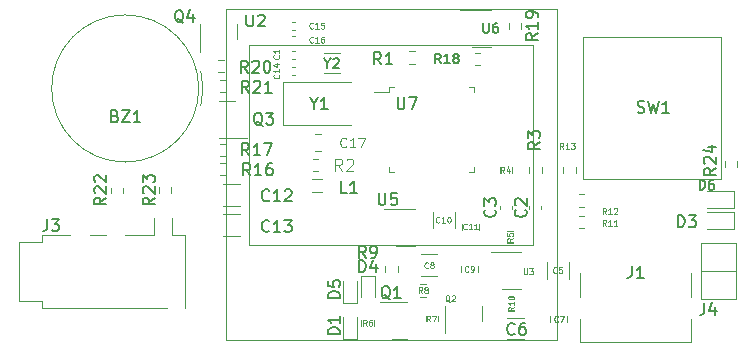
<source format=gbr>
%TF.GenerationSoftware,KiCad,Pcbnew,(6.0.2)*%
%TF.CreationDate,2022-04-09T20:57:27+08:00*%
%TF.ProjectId,Morse_code_PCB,4d6f7273-655f-4636-9f64-655f5043422e,rev?*%
%TF.SameCoordinates,Original*%
%TF.FileFunction,Legend,Top*%
%TF.FilePolarity,Positive*%
%FSLAX46Y46*%
G04 Gerber Fmt 4.6, Leading zero omitted, Abs format (unit mm)*
G04 Created by KiCad (PCBNEW (6.0.2)) date 2022-04-09 20:57:27*
%MOMM*%
%LPD*%
G01*
G04 APERTURE LIST*
%ADD10C,0.150000*%
%ADD11C,0.125000*%
%ADD12C,0.120000*%
G04 APERTURE END LIST*
D10*
%TO.C,C2*%
X111457142Y-150066666D02*
X111504761Y-150114285D01*
X111552380Y-150257142D01*
X111552380Y-150352380D01*
X111504761Y-150495238D01*
X111409523Y-150590476D01*
X111314285Y-150638095D01*
X111123809Y-150685714D01*
X110980952Y-150685714D01*
X110790476Y-150638095D01*
X110695238Y-150590476D01*
X110600000Y-150495238D01*
X110552380Y-150352380D01*
X110552380Y-150257142D01*
X110600000Y-150114285D01*
X110647619Y-150066666D01*
X110647619Y-149685714D02*
X110600000Y-149638095D01*
X110552380Y-149542857D01*
X110552380Y-149304761D01*
X110600000Y-149209523D01*
X110647619Y-149161904D01*
X110742857Y-149114285D01*
X110838095Y-149114285D01*
X110980952Y-149161904D01*
X111552380Y-149733333D01*
X111552380Y-149114285D01*
D11*
%TO.C,C16*%
X93478571Y-135878571D02*
X93454761Y-135902380D01*
X93383333Y-135926190D01*
X93335714Y-135926190D01*
X93264285Y-135902380D01*
X93216666Y-135854761D01*
X93192857Y-135807142D01*
X93169047Y-135711904D01*
X93169047Y-135640476D01*
X93192857Y-135545238D01*
X93216666Y-135497619D01*
X93264285Y-135450000D01*
X93335714Y-135426190D01*
X93383333Y-135426190D01*
X93454761Y-135450000D01*
X93478571Y-135473809D01*
X93954761Y-135926190D02*
X93669047Y-135926190D01*
X93811904Y-135926190D02*
X93811904Y-135426190D01*
X93764285Y-135497619D01*
X93716666Y-135545238D01*
X93669047Y-135569047D01*
X94383333Y-135426190D02*
X94288095Y-135426190D01*
X94240476Y-135450000D01*
X94216666Y-135473809D01*
X94169047Y-135545238D01*
X94145238Y-135640476D01*
X94145238Y-135830952D01*
X94169047Y-135878571D01*
X94192857Y-135902380D01*
X94240476Y-135926190D01*
X94335714Y-135926190D01*
X94383333Y-135902380D01*
X94407142Y-135878571D01*
X94430952Y-135830952D01*
X94430952Y-135711904D01*
X94407142Y-135664285D01*
X94383333Y-135640476D01*
X94335714Y-135616666D01*
X94240476Y-135616666D01*
X94192857Y-135640476D01*
X94169047Y-135664285D01*
X94145238Y-135711904D01*
D10*
%TO.C,R19*%
X112482380Y-135142857D02*
X112006190Y-135476190D01*
X112482380Y-135714285D02*
X111482380Y-135714285D01*
X111482380Y-135333333D01*
X111530000Y-135238095D01*
X111577619Y-135190476D01*
X111672857Y-135142857D01*
X111815714Y-135142857D01*
X111910952Y-135190476D01*
X111958571Y-135238095D01*
X112006190Y-135333333D01*
X112006190Y-135714285D01*
X112482380Y-134190476D02*
X112482380Y-134761904D01*
X112482380Y-134476190D02*
X111482380Y-134476190D01*
X111625238Y-134571428D01*
X111720476Y-134666666D01*
X111768095Y-134761904D01*
X112482380Y-133714285D02*
X112482380Y-133523809D01*
X112434761Y-133428571D01*
X112387142Y-133380952D01*
X112244285Y-133285714D01*
X112053809Y-133238095D01*
X111672857Y-133238095D01*
X111577619Y-133285714D01*
X111530000Y-133333333D01*
X111482380Y-133428571D01*
X111482380Y-133619047D01*
X111530000Y-133714285D01*
X111577619Y-133761904D01*
X111672857Y-133809523D01*
X111910952Y-133809523D01*
X112006190Y-133761904D01*
X112053809Y-133714285D01*
X112101428Y-133619047D01*
X112101428Y-133428571D01*
X112053809Y-133333333D01*
X112006190Y-133285714D01*
X111910952Y-133238095D01*
%TO.C,R21*%
X88057142Y-140152380D02*
X87723809Y-139676190D01*
X87485714Y-140152380D02*
X87485714Y-139152380D01*
X87866666Y-139152380D01*
X87961904Y-139200000D01*
X88009523Y-139247619D01*
X88057142Y-139342857D01*
X88057142Y-139485714D01*
X88009523Y-139580952D01*
X87961904Y-139628571D01*
X87866666Y-139676190D01*
X87485714Y-139676190D01*
X88438095Y-139247619D02*
X88485714Y-139200000D01*
X88580952Y-139152380D01*
X88819047Y-139152380D01*
X88914285Y-139200000D01*
X88961904Y-139247619D01*
X89009523Y-139342857D01*
X89009523Y-139438095D01*
X88961904Y-139580952D01*
X88390476Y-140152380D01*
X89009523Y-140152380D01*
X89961904Y-140152380D02*
X89390476Y-140152380D01*
X89676190Y-140152380D02*
X89676190Y-139152380D01*
X89580952Y-139295238D01*
X89485714Y-139390476D01*
X89390476Y-139438095D01*
%TO.C,Q3*%
X89204761Y-142947619D02*
X89109523Y-142900000D01*
X89014285Y-142804761D01*
X88871428Y-142661904D01*
X88776190Y-142614285D01*
X88680952Y-142614285D01*
X88728571Y-142852380D02*
X88633333Y-142804761D01*
X88538095Y-142709523D01*
X88490476Y-142519047D01*
X88490476Y-142185714D01*
X88538095Y-141995238D01*
X88633333Y-141900000D01*
X88728571Y-141852380D01*
X88919047Y-141852380D01*
X89014285Y-141900000D01*
X89109523Y-141995238D01*
X89157142Y-142185714D01*
X89157142Y-142519047D01*
X89109523Y-142709523D01*
X89014285Y-142804761D01*
X88919047Y-142852380D01*
X88728571Y-142852380D01*
X89490476Y-141852380D02*
X90109523Y-141852380D01*
X89776190Y-142233333D01*
X89919047Y-142233333D01*
X90014285Y-142280952D01*
X90061904Y-142328571D01*
X90109523Y-142423809D01*
X90109523Y-142661904D01*
X90061904Y-142757142D01*
X90014285Y-142804761D01*
X89919047Y-142852380D01*
X89633333Y-142852380D01*
X89538095Y-142804761D01*
X89490476Y-142757142D01*
%TO.C,BZ1*%
X76719047Y-142128571D02*
X76861904Y-142176190D01*
X76909523Y-142223809D01*
X76957142Y-142319047D01*
X76957142Y-142461904D01*
X76909523Y-142557142D01*
X76861904Y-142604761D01*
X76766666Y-142652380D01*
X76385714Y-142652380D01*
X76385714Y-141652380D01*
X76719047Y-141652380D01*
X76814285Y-141700000D01*
X76861904Y-141747619D01*
X76909523Y-141842857D01*
X76909523Y-141938095D01*
X76861904Y-142033333D01*
X76814285Y-142080952D01*
X76719047Y-142128571D01*
X76385714Y-142128571D01*
X77290476Y-141652380D02*
X77957142Y-141652380D01*
X77290476Y-142652380D01*
X77957142Y-142652380D01*
X78861904Y-142652380D02*
X78290476Y-142652380D01*
X78576190Y-142652380D02*
X78576190Y-141652380D01*
X78480952Y-141795238D01*
X78385714Y-141890476D01*
X78290476Y-141938095D01*
%TO.C,R20*%
X87957142Y-138452380D02*
X87623809Y-137976190D01*
X87385714Y-138452380D02*
X87385714Y-137452380D01*
X87766666Y-137452380D01*
X87861904Y-137500000D01*
X87909523Y-137547619D01*
X87957142Y-137642857D01*
X87957142Y-137785714D01*
X87909523Y-137880952D01*
X87861904Y-137928571D01*
X87766666Y-137976190D01*
X87385714Y-137976190D01*
X88338095Y-137547619D02*
X88385714Y-137500000D01*
X88480952Y-137452380D01*
X88719047Y-137452380D01*
X88814285Y-137500000D01*
X88861904Y-137547619D01*
X88909523Y-137642857D01*
X88909523Y-137738095D01*
X88861904Y-137880952D01*
X88290476Y-138452380D01*
X88909523Y-138452380D01*
X89528571Y-137452380D02*
X89623809Y-137452380D01*
X89719047Y-137500000D01*
X89766666Y-137547619D01*
X89814285Y-137642857D01*
X89861904Y-137833333D01*
X89861904Y-138071428D01*
X89814285Y-138261904D01*
X89766666Y-138357142D01*
X89719047Y-138404761D01*
X89623809Y-138452380D01*
X89528571Y-138452380D01*
X89433333Y-138404761D01*
X89385714Y-138357142D01*
X89338095Y-138261904D01*
X89290476Y-138071428D01*
X89290476Y-137833333D01*
X89338095Y-137642857D01*
X89385714Y-137547619D01*
X89433333Y-137500000D01*
X89528571Y-137452380D01*
%TO.C,Y2*%
X94699047Y-137680952D02*
X94699047Y-138061904D01*
X94432380Y-137261904D02*
X94699047Y-137680952D01*
X94965714Y-137261904D01*
X95194285Y-137338095D02*
X95232380Y-137300000D01*
X95308571Y-137261904D01*
X95499047Y-137261904D01*
X95575238Y-137300000D01*
X95613333Y-137338095D01*
X95651428Y-137414285D01*
X95651428Y-137490476D01*
X95613333Y-137604761D01*
X95156190Y-138061904D01*
X95651428Y-138061904D01*
%TO.C,U7*%
X100638095Y-140552380D02*
X100638095Y-141361904D01*
X100685714Y-141457142D01*
X100733333Y-141504761D01*
X100828571Y-141552380D01*
X101019047Y-141552380D01*
X101114285Y-141504761D01*
X101161904Y-141457142D01*
X101209523Y-141361904D01*
X101209523Y-140552380D01*
X101590476Y-140552380D02*
X102257142Y-140552380D01*
X101828571Y-141552380D01*
%TO.C,J4*%
X126606666Y-157952380D02*
X126606666Y-158666666D01*
X126559047Y-158809523D01*
X126463809Y-158904761D01*
X126320952Y-158952380D01*
X126225714Y-158952380D01*
X127511428Y-158285714D02*
X127511428Y-158952380D01*
X127273333Y-157904761D02*
X127035238Y-158619047D01*
X127654285Y-158619047D01*
%TO.C,R18*%
X104285714Y-137661904D02*
X104019047Y-137280952D01*
X103828571Y-137661904D02*
X103828571Y-136861904D01*
X104133333Y-136861904D01*
X104209523Y-136900000D01*
X104247619Y-136938095D01*
X104285714Y-137014285D01*
X104285714Y-137128571D01*
X104247619Y-137204761D01*
X104209523Y-137242857D01*
X104133333Y-137280952D01*
X103828571Y-137280952D01*
X105047619Y-137661904D02*
X104590476Y-137661904D01*
X104819047Y-137661904D02*
X104819047Y-136861904D01*
X104742857Y-136976190D01*
X104666666Y-137052380D01*
X104590476Y-137090476D01*
X105504761Y-137204761D02*
X105428571Y-137166666D01*
X105390476Y-137128571D01*
X105352380Y-137052380D01*
X105352380Y-137014285D01*
X105390476Y-136938095D01*
X105428571Y-136900000D01*
X105504761Y-136861904D01*
X105657142Y-136861904D01*
X105733333Y-136900000D01*
X105771428Y-136938095D01*
X105809523Y-137014285D01*
X105809523Y-137052380D01*
X105771428Y-137128571D01*
X105733333Y-137166666D01*
X105657142Y-137204761D01*
X105504761Y-137204761D01*
X105428571Y-137242857D01*
X105390476Y-137280952D01*
X105352380Y-137357142D01*
X105352380Y-137509523D01*
X105390476Y-137585714D01*
X105428571Y-137623809D01*
X105504761Y-137661904D01*
X105657142Y-137661904D01*
X105733333Y-137623809D01*
X105771428Y-137585714D01*
X105809523Y-137509523D01*
X105809523Y-137357142D01*
X105771428Y-137280952D01*
X105733333Y-137242857D01*
X105657142Y-137204761D01*
D11*
%TO.C,C14*%
X90578571Y-138621428D02*
X90602380Y-138645238D01*
X90626190Y-138716666D01*
X90626190Y-138764285D01*
X90602380Y-138835714D01*
X90554761Y-138883333D01*
X90507142Y-138907142D01*
X90411904Y-138930952D01*
X90340476Y-138930952D01*
X90245238Y-138907142D01*
X90197619Y-138883333D01*
X90150000Y-138835714D01*
X90126190Y-138764285D01*
X90126190Y-138716666D01*
X90150000Y-138645238D01*
X90173809Y-138621428D01*
X90626190Y-138145238D02*
X90626190Y-138430952D01*
X90626190Y-138288095D02*
X90126190Y-138288095D01*
X90197619Y-138335714D01*
X90245238Y-138383333D01*
X90269047Y-138430952D01*
X90292857Y-137716666D02*
X90626190Y-137716666D01*
X90102380Y-137835714D02*
X90459523Y-137954761D01*
X90459523Y-137645238D01*
D10*
%TO.C,D1*%
X95722380Y-160608095D02*
X94722380Y-160608095D01*
X94722380Y-160370000D01*
X94770000Y-160227142D01*
X94865238Y-160131904D01*
X94960476Y-160084285D01*
X95150952Y-160036666D01*
X95293809Y-160036666D01*
X95484285Y-160084285D01*
X95579523Y-160131904D01*
X95674761Y-160227142D01*
X95722380Y-160370000D01*
X95722380Y-160608095D01*
X95722380Y-159084285D02*
X95722380Y-159655714D01*
X95722380Y-159370000D02*
X94722380Y-159370000D01*
X94865238Y-159465238D01*
X94960476Y-159560476D01*
X95008095Y-159655714D01*
D11*
%TO.C,R8*%
X102716666Y-157126190D02*
X102550000Y-156888095D01*
X102430952Y-157126190D02*
X102430952Y-156626190D01*
X102621428Y-156626190D01*
X102669047Y-156650000D01*
X102692857Y-156673809D01*
X102716666Y-156721428D01*
X102716666Y-156792857D01*
X102692857Y-156840476D01*
X102669047Y-156864285D01*
X102621428Y-156888095D01*
X102430952Y-156888095D01*
X103002380Y-156840476D02*
X102954761Y-156816666D01*
X102930952Y-156792857D01*
X102907142Y-156745238D01*
X102907142Y-156721428D01*
X102930952Y-156673809D01*
X102954761Y-156650000D01*
X103002380Y-156626190D01*
X103097619Y-156626190D01*
X103145238Y-156650000D01*
X103169047Y-156673809D01*
X103192857Y-156721428D01*
X103192857Y-156745238D01*
X103169047Y-156792857D01*
X103145238Y-156816666D01*
X103097619Y-156840476D01*
X103002380Y-156840476D01*
X102954761Y-156864285D01*
X102930952Y-156888095D01*
X102907142Y-156935714D01*
X102907142Y-157030952D01*
X102930952Y-157078571D01*
X102954761Y-157102380D01*
X103002380Y-157126190D01*
X103097619Y-157126190D01*
X103145238Y-157102380D01*
X103169047Y-157078571D01*
X103192857Y-157030952D01*
X103192857Y-156935714D01*
X103169047Y-156888095D01*
X103145238Y-156864285D01*
X103097619Y-156840476D01*
D10*
%TO.C,R17*%
X88057142Y-145452380D02*
X87723809Y-144976190D01*
X87485714Y-145452380D02*
X87485714Y-144452380D01*
X87866666Y-144452380D01*
X87961904Y-144500000D01*
X88009523Y-144547619D01*
X88057142Y-144642857D01*
X88057142Y-144785714D01*
X88009523Y-144880952D01*
X87961904Y-144928571D01*
X87866666Y-144976190D01*
X87485714Y-144976190D01*
X89009523Y-145452380D02*
X88438095Y-145452380D01*
X88723809Y-145452380D02*
X88723809Y-144452380D01*
X88628571Y-144595238D01*
X88533333Y-144690476D01*
X88438095Y-144738095D01*
X89342857Y-144452380D02*
X90009523Y-144452380D01*
X89580952Y-145452380D01*
%TO.C,C3*%
X108857142Y-150066666D02*
X108904761Y-150114285D01*
X108952380Y-150257142D01*
X108952380Y-150352380D01*
X108904761Y-150495238D01*
X108809523Y-150590476D01*
X108714285Y-150638095D01*
X108523809Y-150685714D01*
X108380952Y-150685714D01*
X108190476Y-150638095D01*
X108095238Y-150590476D01*
X108000000Y-150495238D01*
X107952380Y-150352380D01*
X107952380Y-150257142D01*
X108000000Y-150114285D01*
X108047619Y-150066666D01*
X107952380Y-149733333D02*
X107952380Y-149114285D01*
X108333333Y-149447619D01*
X108333333Y-149304761D01*
X108380952Y-149209523D01*
X108428571Y-149161904D01*
X108523809Y-149114285D01*
X108761904Y-149114285D01*
X108857142Y-149161904D01*
X108904761Y-149209523D01*
X108952380Y-149304761D01*
X108952380Y-149590476D01*
X108904761Y-149685714D01*
X108857142Y-149733333D01*
D11*
%TO.C,R2*%
X95933333Y-146752380D02*
X95600000Y-146276190D01*
X95361904Y-146752380D02*
X95361904Y-145752380D01*
X95742857Y-145752380D01*
X95838095Y-145800000D01*
X95885714Y-145847619D01*
X95933333Y-145942857D01*
X95933333Y-146085714D01*
X95885714Y-146180952D01*
X95838095Y-146228571D01*
X95742857Y-146276190D01*
X95361904Y-146276190D01*
X96314285Y-145847619D02*
X96361904Y-145800000D01*
X96457142Y-145752380D01*
X96695238Y-145752380D01*
X96790476Y-145800000D01*
X96838095Y-145847619D01*
X96885714Y-145942857D01*
X96885714Y-146038095D01*
X96838095Y-146180952D01*
X96266666Y-146752380D01*
X96885714Y-146752380D01*
D10*
%TO.C,L1*%
X96333333Y-148652380D02*
X95857142Y-148652380D01*
X95857142Y-147652380D01*
X97190476Y-148652380D02*
X96619047Y-148652380D01*
X96904761Y-148652380D02*
X96904761Y-147652380D01*
X96809523Y-147795238D01*
X96714285Y-147890476D01*
X96619047Y-147938095D01*
%TO.C,SW1*%
X120966666Y-141804761D02*
X121109523Y-141852380D01*
X121347619Y-141852380D01*
X121442857Y-141804761D01*
X121490476Y-141757142D01*
X121538095Y-141661904D01*
X121538095Y-141566666D01*
X121490476Y-141471428D01*
X121442857Y-141423809D01*
X121347619Y-141376190D01*
X121157142Y-141328571D01*
X121061904Y-141280952D01*
X121014285Y-141233333D01*
X120966666Y-141138095D01*
X120966666Y-141042857D01*
X121014285Y-140947619D01*
X121061904Y-140900000D01*
X121157142Y-140852380D01*
X121395238Y-140852380D01*
X121538095Y-140900000D01*
X121871428Y-140852380D02*
X122109523Y-141852380D01*
X122300000Y-141138095D01*
X122490476Y-141852380D01*
X122728571Y-140852380D01*
X123633333Y-141852380D02*
X123061904Y-141852380D01*
X123347619Y-141852380D02*
X123347619Y-140852380D01*
X123252380Y-140995238D01*
X123157142Y-141090476D01*
X123061904Y-141138095D01*
D11*
%TO.C,C8*%
X103216666Y-154978571D02*
X103192857Y-155002380D01*
X103121428Y-155026190D01*
X103073809Y-155026190D01*
X103002380Y-155002380D01*
X102954761Y-154954761D01*
X102930952Y-154907142D01*
X102907142Y-154811904D01*
X102907142Y-154740476D01*
X102930952Y-154645238D01*
X102954761Y-154597619D01*
X103002380Y-154550000D01*
X103073809Y-154526190D01*
X103121428Y-154526190D01*
X103192857Y-154550000D01*
X103216666Y-154573809D01*
X103502380Y-154740476D02*
X103454761Y-154716666D01*
X103430952Y-154692857D01*
X103407142Y-154645238D01*
X103407142Y-154621428D01*
X103430952Y-154573809D01*
X103454761Y-154550000D01*
X103502380Y-154526190D01*
X103597619Y-154526190D01*
X103645238Y-154550000D01*
X103669047Y-154573809D01*
X103692857Y-154621428D01*
X103692857Y-154645238D01*
X103669047Y-154692857D01*
X103645238Y-154716666D01*
X103597619Y-154740476D01*
X103502380Y-154740476D01*
X103454761Y-154764285D01*
X103430952Y-154788095D01*
X103407142Y-154835714D01*
X103407142Y-154930952D01*
X103430952Y-154978571D01*
X103454761Y-155002380D01*
X103502380Y-155026190D01*
X103597619Y-155026190D01*
X103645238Y-155002380D01*
X103669047Y-154978571D01*
X103692857Y-154930952D01*
X103692857Y-154835714D01*
X103669047Y-154788095D01*
X103645238Y-154764285D01*
X103597619Y-154740476D01*
%TO.C,C5*%
X114116666Y-155378571D02*
X114092857Y-155402380D01*
X114021428Y-155426190D01*
X113973809Y-155426190D01*
X113902380Y-155402380D01*
X113854761Y-155354761D01*
X113830952Y-155307142D01*
X113807142Y-155211904D01*
X113807142Y-155140476D01*
X113830952Y-155045238D01*
X113854761Y-154997619D01*
X113902380Y-154950000D01*
X113973809Y-154926190D01*
X114021428Y-154926190D01*
X114092857Y-154950000D01*
X114116666Y-154973809D01*
X114569047Y-154926190D02*
X114330952Y-154926190D01*
X114307142Y-155164285D01*
X114330952Y-155140476D01*
X114378571Y-155116666D01*
X114497619Y-155116666D01*
X114545238Y-155140476D01*
X114569047Y-155164285D01*
X114592857Y-155211904D01*
X114592857Y-155330952D01*
X114569047Y-155378571D01*
X114545238Y-155402380D01*
X114497619Y-155426190D01*
X114378571Y-155426190D01*
X114330952Y-155402380D01*
X114307142Y-155378571D01*
D10*
%TO.C,C13*%
X89757142Y-151857142D02*
X89709523Y-151904761D01*
X89566666Y-151952380D01*
X89471428Y-151952380D01*
X89328571Y-151904761D01*
X89233333Y-151809523D01*
X89185714Y-151714285D01*
X89138095Y-151523809D01*
X89138095Y-151380952D01*
X89185714Y-151190476D01*
X89233333Y-151095238D01*
X89328571Y-151000000D01*
X89471428Y-150952380D01*
X89566666Y-150952380D01*
X89709523Y-151000000D01*
X89757142Y-151047619D01*
X90709523Y-151952380D02*
X90138095Y-151952380D01*
X90423809Y-151952380D02*
X90423809Y-150952380D01*
X90328571Y-151095238D01*
X90233333Y-151190476D01*
X90138095Y-151238095D01*
X91042857Y-150952380D02*
X91661904Y-150952380D01*
X91328571Y-151333333D01*
X91471428Y-151333333D01*
X91566666Y-151380952D01*
X91614285Y-151428571D01*
X91661904Y-151523809D01*
X91661904Y-151761904D01*
X91614285Y-151857142D01*
X91566666Y-151904761D01*
X91471428Y-151952380D01*
X91185714Y-151952380D01*
X91090476Y-151904761D01*
X91042857Y-151857142D01*
%TO.C,C6*%
X110533333Y-160557142D02*
X110485714Y-160604761D01*
X110342857Y-160652380D01*
X110247619Y-160652380D01*
X110104761Y-160604761D01*
X110009523Y-160509523D01*
X109961904Y-160414285D01*
X109914285Y-160223809D01*
X109914285Y-160080952D01*
X109961904Y-159890476D01*
X110009523Y-159795238D01*
X110104761Y-159700000D01*
X110247619Y-159652380D01*
X110342857Y-159652380D01*
X110485714Y-159700000D01*
X110533333Y-159747619D01*
X111390476Y-159652380D02*
X111200000Y-159652380D01*
X111104761Y-159700000D01*
X111057142Y-159747619D01*
X110961904Y-159890476D01*
X110914285Y-160080952D01*
X110914285Y-160461904D01*
X110961904Y-160557142D01*
X111009523Y-160604761D01*
X111104761Y-160652380D01*
X111295238Y-160652380D01*
X111390476Y-160604761D01*
X111438095Y-160557142D01*
X111485714Y-160461904D01*
X111485714Y-160223809D01*
X111438095Y-160128571D01*
X111390476Y-160080952D01*
X111295238Y-160033333D01*
X111104761Y-160033333D01*
X111009523Y-160080952D01*
X110961904Y-160128571D01*
X110914285Y-160223809D01*
%TO.C,D5*%
X95752380Y-157538095D02*
X94752380Y-157538095D01*
X94752380Y-157300000D01*
X94800000Y-157157142D01*
X94895238Y-157061904D01*
X94990476Y-157014285D01*
X95180952Y-156966666D01*
X95323809Y-156966666D01*
X95514285Y-157014285D01*
X95609523Y-157061904D01*
X95704761Y-157157142D01*
X95752380Y-157300000D01*
X95752380Y-157538095D01*
X94752380Y-156061904D02*
X94752380Y-156538095D01*
X95228571Y-156585714D01*
X95180952Y-156538095D01*
X95133333Y-156442857D01*
X95133333Y-156204761D01*
X95180952Y-156109523D01*
X95228571Y-156061904D01*
X95323809Y-156014285D01*
X95561904Y-156014285D01*
X95657142Y-156061904D01*
X95704761Y-156109523D01*
X95752380Y-156204761D01*
X95752380Y-156442857D01*
X95704761Y-156538095D01*
X95657142Y-156585714D01*
%TO.C,D3*%
X124361904Y-151552380D02*
X124361904Y-150552380D01*
X124600000Y-150552380D01*
X124742857Y-150600000D01*
X124838095Y-150695238D01*
X124885714Y-150790476D01*
X124933333Y-150980952D01*
X124933333Y-151123809D01*
X124885714Y-151314285D01*
X124838095Y-151409523D01*
X124742857Y-151504761D01*
X124600000Y-151552380D01*
X124361904Y-151552380D01*
X125266666Y-150552380D02*
X125885714Y-150552380D01*
X125552380Y-150933333D01*
X125695238Y-150933333D01*
X125790476Y-150980952D01*
X125838095Y-151028571D01*
X125885714Y-151123809D01*
X125885714Y-151361904D01*
X125838095Y-151457142D01*
X125790476Y-151504761D01*
X125695238Y-151552380D01*
X125409523Y-151552380D01*
X125314285Y-151504761D01*
X125266666Y-151457142D01*
D11*
%TO.C,R13*%
X114678571Y-144926190D02*
X114511904Y-144688095D01*
X114392857Y-144926190D02*
X114392857Y-144426190D01*
X114583333Y-144426190D01*
X114630952Y-144450000D01*
X114654761Y-144473809D01*
X114678571Y-144521428D01*
X114678571Y-144592857D01*
X114654761Y-144640476D01*
X114630952Y-144664285D01*
X114583333Y-144688095D01*
X114392857Y-144688095D01*
X115154761Y-144926190D02*
X114869047Y-144926190D01*
X115011904Y-144926190D02*
X115011904Y-144426190D01*
X114964285Y-144497619D01*
X114916666Y-144545238D01*
X114869047Y-144569047D01*
X115321428Y-144426190D02*
X115630952Y-144426190D01*
X115464285Y-144616666D01*
X115535714Y-144616666D01*
X115583333Y-144640476D01*
X115607142Y-144664285D01*
X115630952Y-144711904D01*
X115630952Y-144830952D01*
X115607142Y-144878571D01*
X115583333Y-144902380D01*
X115535714Y-144926190D01*
X115392857Y-144926190D01*
X115345238Y-144902380D01*
X115321428Y-144878571D01*
%TO.C,U3*%
X111319047Y-155026190D02*
X111319047Y-155430952D01*
X111342857Y-155478571D01*
X111366666Y-155502380D01*
X111414285Y-155526190D01*
X111509523Y-155526190D01*
X111557142Y-155502380D01*
X111580952Y-155478571D01*
X111604761Y-155430952D01*
X111604761Y-155026190D01*
X111795238Y-155026190D02*
X112104761Y-155026190D01*
X111938095Y-155216666D01*
X112009523Y-155216666D01*
X112057142Y-155240476D01*
X112080952Y-155264285D01*
X112104761Y-155311904D01*
X112104761Y-155430952D01*
X112080952Y-155478571D01*
X112057142Y-155502380D01*
X112009523Y-155526190D01*
X111866666Y-155526190D01*
X111819047Y-155502380D01*
X111795238Y-155478571D01*
D10*
%TO.C,U2*%
X87838095Y-133552380D02*
X87838095Y-134361904D01*
X87885714Y-134457142D01*
X87933333Y-134504761D01*
X88028571Y-134552380D01*
X88219047Y-134552380D01*
X88314285Y-134504761D01*
X88361904Y-134457142D01*
X88409523Y-134361904D01*
X88409523Y-133552380D01*
X88838095Y-133647619D02*
X88885714Y-133600000D01*
X88980952Y-133552380D01*
X89219047Y-133552380D01*
X89314285Y-133600000D01*
X89361904Y-133647619D01*
X89409523Y-133742857D01*
X89409523Y-133838095D01*
X89361904Y-133980952D01*
X88790476Y-134552380D01*
X89409523Y-134552380D01*
D11*
%TO.C,C9*%
X106616666Y-155278571D02*
X106592857Y-155302380D01*
X106521428Y-155326190D01*
X106473809Y-155326190D01*
X106402380Y-155302380D01*
X106354761Y-155254761D01*
X106330952Y-155207142D01*
X106307142Y-155111904D01*
X106307142Y-155040476D01*
X106330952Y-154945238D01*
X106354761Y-154897619D01*
X106402380Y-154850000D01*
X106473809Y-154826190D01*
X106521428Y-154826190D01*
X106592857Y-154850000D01*
X106616666Y-154873809D01*
X106854761Y-155326190D02*
X106950000Y-155326190D01*
X106997619Y-155302380D01*
X107021428Y-155278571D01*
X107069047Y-155207142D01*
X107092857Y-155111904D01*
X107092857Y-154921428D01*
X107069047Y-154873809D01*
X107045238Y-154850000D01*
X106997619Y-154826190D01*
X106902380Y-154826190D01*
X106854761Y-154850000D01*
X106830952Y-154873809D01*
X106807142Y-154921428D01*
X106807142Y-155040476D01*
X106830952Y-155088095D01*
X106854761Y-155111904D01*
X106902380Y-155135714D01*
X106997619Y-155135714D01*
X107045238Y-155111904D01*
X107069047Y-155088095D01*
X107092857Y-155040476D01*
D10*
%TO.C,R16*%
X88157142Y-147152380D02*
X87823809Y-146676190D01*
X87585714Y-147152380D02*
X87585714Y-146152380D01*
X87966666Y-146152380D01*
X88061904Y-146200000D01*
X88109523Y-146247619D01*
X88157142Y-146342857D01*
X88157142Y-146485714D01*
X88109523Y-146580952D01*
X88061904Y-146628571D01*
X87966666Y-146676190D01*
X87585714Y-146676190D01*
X89109523Y-147152380D02*
X88538095Y-147152380D01*
X88823809Y-147152380D02*
X88823809Y-146152380D01*
X88728571Y-146295238D01*
X88633333Y-146390476D01*
X88538095Y-146438095D01*
X89966666Y-146152380D02*
X89776190Y-146152380D01*
X89680952Y-146200000D01*
X89633333Y-146247619D01*
X89538095Y-146390476D01*
X89490476Y-146580952D01*
X89490476Y-146961904D01*
X89538095Y-147057142D01*
X89585714Y-147104761D01*
X89680952Y-147152380D01*
X89871428Y-147152380D01*
X89966666Y-147104761D01*
X90014285Y-147057142D01*
X90061904Y-146961904D01*
X90061904Y-146723809D01*
X90014285Y-146628571D01*
X89966666Y-146580952D01*
X89871428Y-146533333D01*
X89680952Y-146533333D01*
X89585714Y-146580952D01*
X89538095Y-146628571D01*
X89490476Y-146723809D01*
D11*
%TO.C,R7*%
X103416666Y-159526190D02*
X103250000Y-159288095D01*
X103130952Y-159526190D02*
X103130952Y-159026190D01*
X103321428Y-159026190D01*
X103369047Y-159050000D01*
X103392857Y-159073809D01*
X103416666Y-159121428D01*
X103416666Y-159192857D01*
X103392857Y-159240476D01*
X103369047Y-159264285D01*
X103321428Y-159288095D01*
X103130952Y-159288095D01*
X103583333Y-159026190D02*
X103916666Y-159026190D01*
X103702380Y-159526190D01*
D10*
%TO.C,J1*%
X120466666Y-154852380D02*
X120466666Y-155566666D01*
X120419047Y-155709523D01*
X120323809Y-155804761D01*
X120180952Y-155852380D01*
X120085714Y-155852380D01*
X121466666Y-155852380D02*
X120895238Y-155852380D01*
X121180952Y-155852380D02*
X121180952Y-154852380D01*
X121085714Y-154995238D01*
X120990476Y-155090476D01*
X120895238Y-155138095D01*
D11*
%TO.C,R6*%
X98016666Y-159876190D02*
X97850000Y-159638095D01*
X97730952Y-159876190D02*
X97730952Y-159376190D01*
X97921428Y-159376190D01*
X97969047Y-159400000D01*
X97992857Y-159423809D01*
X98016666Y-159471428D01*
X98016666Y-159542857D01*
X97992857Y-159590476D01*
X97969047Y-159614285D01*
X97921428Y-159638095D01*
X97730952Y-159638095D01*
X98445238Y-159376190D02*
X98350000Y-159376190D01*
X98302380Y-159400000D01*
X98278571Y-159423809D01*
X98230952Y-159495238D01*
X98207142Y-159590476D01*
X98207142Y-159780952D01*
X98230952Y-159828571D01*
X98254761Y-159852380D01*
X98302380Y-159876190D01*
X98397619Y-159876190D01*
X98445238Y-159852380D01*
X98469047Y-159828571D01*
X98492857Y-159780952D01*
X98492857Y-159661904D01*
X98469047Y-159614285D01*
X98445238Y-159590476D01*
X98397619Y-159566666D01*
X98302380Y-159566666D01*
X98254761Y-159590476D01*
X98230952Y-159614285D01*
X98207142Y-159661904D01*
D10*
%TO.C,R24*%
X127552380Y-146542857D02*
X127076190Y-146876190D01*
X127552380Y-147114285D02*
X126552380Y-147114285D01*
X126552380Y-146733333D01*
X126600000Y-146638095D01*
X126647619Y-146590476D01*
X126742857Y-146542857D01*
X126885714Y-146542857D01*
X126980952Y-146590476D01*
X127028571Y-146638095D01*
X127076190Y-146733333D01*
X127076190Y-147114285D01*
X126647619Y-146161904D02*
X126600000Y-146114285D01*
X126552380Y-146019047D01*
X126552380Y-145780952D01*
X126600000Y-145685714D01*
X126647619Y-145638095D01*
X126742857Y-145590476D01*
X126838095Y-145590476D01*
X126980952Y-145638095D01*
X127552380Y-146209523D01*
X127552380Y-145590476D01*
X126885714Y-144733333D02*
X127552380Y-144733333D01*
X126504761Y-144971428D02*
X127219047Y-145209523D01*
X127219047Y-144590476D01*
%TO.C,J3*%
X70966666Y-150852380D02*
X70966666Y-151566666D01*
X70919047Y-151709523D01*
X70823809Y-151804761D01*
X70680952Y-151852380D01*
X70585714Y-151852380D01*
X71347619Y-150852380D02*
X71966666Y-150852380D01*
X71633333Y-151233333D01*
X71776190Y-151233333D01*
X71871428Y-151280952D01*
X71919047Y-151328571D01*
X71966666Y-151423809D01*
X71966666Y-151661904D01*
X71919047Y-151757142D01*
X71871428Y-151804761D01*
X71776190Y-151852380D01*
X71490476Y-151852380D01*
X71395238Y-151804761D01*
X71347619Y-151757142D01*
D11*
%TO.C,C1*%
X90578571Y-136983333D02*
X90602380Y-137007142D01*
X90626190Y-137078571D01*
X90626190Y-137126190D01*
X90602380Y-137197619D01*
X90554761Y-137245238D01*
X90507142Y-137269047D01*
X90411904Y-137292857D01*
X90340476Y-137292857D01*
X90245238Y-137269047D01*
X90197619Y-137245238D01*
X90150000Y-137197619D01*
X90126190Y-137126190D01*
X90126190Y-137078571D01*
X90150000Y-137007142D01*
X90173809Y-136983333D01*
X90626190Y-136507142D02*
X90626190Y-136792857D01*
X90626190Y-136650000D02*
X90126190Y-136650000D01*
X90197619Y-136697619D01*
X90245238Y-136745238D01*
X90269047Y-136792857D01*
%TO.C,C15*%
X93478571Y-134678571D02*
X93454761Y-134702380D01*
X93383333Y-134726190D01*
X93335714Y-134726190D01*
X93264285Y-134702380D01*
X93216666Y-134654761D01*
X93192857Y-134607142D01*
X93169047Y-134511904D01*
X93169047Y-134440476D01*
X93192857Y-134345238D01*
X93216666Y-134297619D01*
X93264285Y-134250000D01*
X93335714Y-134226190D01*
X93383333Y-134226190D01*
X93454761Y-134250000D01*
X93478571Y-134273809D01*
X93954761Y-134726190D02*
X93669047Y-134726190D01*
X93811904Y-134726190D02*
X93811904Y-134226190D01*
X93764285Y-134297619D01*
X93716666Y-134345238D01*
X93669047Y-134369047D01*
X94407142Y-134226190D02*
X94169047Y-134226190D01*
X94145238Y-134464285D01*
X94169047Y-134440476D01*
X94216666Y-134416666D01*
X94335714Y-134416666D01*
X94383333Y-134440476D01*
X94407142Y-134464285D01*
X94430952Y-134511904D01*
X94430952Y-134630952D01*
X94407142Y-134678571D01*
X94383333Y-134702380D01*
X94335714Y-134726190D01*
X94216666Y-134726190D01*
X94169047Y-134702380D01*
X94145238Y-134678571D01*
D10*
%TO.C,R23*%
X80052380Y-149042857D02*
X79576190Y-149376190D01*
X80052380Y-149614285D02*
X79052380Y-149614285D01*
X79052380Y-149233333D01*
X79100000Y-149138095D01*
X79147619Y-149090476D01*
X79242857Y-149042857D01*
X79385714Y-149042857D01*
X79480952Y-149090476D01*
X79528571Y-149138095D01*
X79576190Y-149233333D01*
X79576190Y-149614285D01*
X79147619Y-148661904D02*
X79100000Y-148614285D01*
X79052380Y-148519047D01*
X79052380Y-148280952D01*
X79100000Y-148185714D01*
X79147619Y-148138095D01*
X79242857Y-148090476D01*
X79338095Y-148090476D01*
X79480952Y-148138095D01*
X80052380Y-148709523D01*
X80052380Y-148090476D01*
X79052380Y-147757142D02*
X79052380Y-147138095D01*
X79433333Y-147471428D01*
X79433333Y-147328571D01*
X79480952Y-147233333D01*
X79528571Y-147185714D01*
X79623809Y-147138095D01*
X79861904Y-147138095D01*
X79957142Y-147185714D01*
X80004761Y-147233333D01*
X80052380Y-147328571D01*
X80052380Y-147614285D01*
X80004761Y-147709523D01*
X79957142Y-147757142D01*
D11*
%TO.C,R12*%
X118278571Y-150426190D02*
X118111904Y-150188095D01*
X117992857Y-150426190D02*
X117992857Y-149926190D01*
X118183333Y-149926190D01*
X118230952Y-149950000D01*
X118254761Y-149973809D01*
X118278571Y-150021428D01*
X118278571Y-150092857D01*
X118254761Y-150140476D01*
X118230952Y-150164285D01*
X118183333Y-150188095D01*
X117992857Y-150188095D01*
X118754761Y-150426190D02*
X118469047Y-150426190D01*
X118611904Y-150426190D02*
X118611904Y-149926190D01*
X118564285Y-149997619D01*
X118516666Y-150045238D01*
X118469047Y-150069047D01*
X118945238Y-149973809D02*
X118969047Y-149950000D01*
X119016666Y-149926190D01*
X119135714Y-149926190D01*
X119183333Y-149950000D01*
X119207142Y-149973809D01*
X119230952Y-150021428D01*
X119230952Y-150069047D01*
X119207142Y-150140476D01*
X118921428Y-150426190D01*
X119230952Y-150426190D01*
%TO.C,C17*%
X96285714Y-144685714D02*
X96247619Y-144723809D01*
X96133333Y-144761904D01*
X96057142Y-144761904D01*
X95942857Y-144723809D01*
X95866666Y-144647619D01*
X95828571Y-144571428D01*
X95790476Y-144419047D01*
X95790476Y-144304761D01*
X95828571Y-144152380D01*
X95866666Y-144076190D01*
X95942857Y-144000000D01*
X96057142Y-143961904D01*
X96133333Y-143961904D01*
X96247619Y-144000000D01*
X96285714Y-144038095D01*
X97047619Y-144761904D02*
X96590476Y-144761904D01*
X96819047Y-144761904D02*
X96819047Y-143961904D01*
X96742857Y-144076190D01*
X96666666Y-144152380D01*
X96590476Y-144190476D01*
X97314285Y-143961904D02*
X97847619Y-143961904D01*
X97504761Y-144761904D01*
%TO.C,R11*%
X118278571Y-151426190D02*
X118111904Y-151188095D01*
X117992857Y-151426190D02*
X117992857Y-150926190D01*
X118183333Y-150926190D01*
X118230952Y-150950000D01*
X118254761Y-150973809D01*
X118278571Y-151021428D01*
X118278571Y-151092857D01*
X118254761Y-151140476D01*
X118230952Y-151164285D01*
X118183333Y-151188095D01*
X117992857Y-151188095D01*
X118754761Y-151426190D02*
X118469047Y-151426190D01*
X118611904Y-151426190D02*
X118611904Y-150926190D01*
X118564285Y-150997619D01*
X118516666Y-151045238D01*
X118469047Y-151069047D01*
X119230952Y-151426190D02*
X118945238Y-151426190D01*
X119088095Y-151426190D02*
X119088095Y-150926190D01*
X119040476Y-150997619D01*
X118992857Y-151045238D01*
X118945238Y-151069047D01*
%TO.C,R10*%
X110501190Y-158321428D02*
X110263095Y-158488095D01*
X110501190Y-158607142D02*
X110001190Y-158607142D01*
X110001190Y-158416666D01*
X110025000Y-158369047D01*
X110048809Y-158345238D01*
X110096428Y-158321428D01*
X110167857Y-158321428D01*
X110215476Y-158345238D01*
X110239285Y-158369047D01*
X110263095Y-158416666D01*
X110263095Y-158607142D01*
X110501190Y-157845238D02*
X110501190Y-158130952D01*
X110501190Y-157988095D02*
X110001190Y-157988095D01*
X110072619Y-158035714D01*
X110120238Y-158083333D01*
X110144047Y-158130952D01*
X110001190Y-157535714D02*
X110001190Y-157488095D01*
X110025000Y-157440476D01*
X110048809Y-157416666D01*
X110096428Y-157392857D01*
X110191666Y-157369047D01*
X110310714Y-157369047D01*
X110405952Y-157392857D01*
X110453571Y-157416666D01*
X110477380Y-157440476D01*
X110501190Y-157488095D01*
X110501190Y-157535714D01*
X110477380Y-157583333D01*
X110453571Y-157607142D01*
X110405952Y-157630952D01*
X110310714Y-157654761D01*
X110191666Y-157654761D01*
X110096428Y-157630952D01*
X110048809Y-157607142D01*
X110025000Y-157583333D01*
X110001190Y-157535714D01*
D10*
%TO.C,R1*%
X99233333Y-137752380D02*
X98900000Y-137276190D01*
X98661904Y-137752380D02*
X98661904Y-136752380D01*
X99042857Y-136752380D01*
X99138095Y-136800000D01*
X99185714Y-136847619D01*
X99233333Y-136942857D01*
X99233333Y-137085714D01*
X99185714Y-137180952D01*
X99138095Y-137228571D01*
X99042857Y-137276190D01*
X98661904Y-137276190D01*
X100185714Y-137752380D02*
X99614285Y-137752380D01*
X99900000Y-137752380D02*
X99900000Y-136752380D01*
X99804761Y-136895238D01*
X99709523Y-136990476D01*
X99614285Y-137038095D01*
%TO.C,R22*%
X75952380Y-149042857D02*
X75476190Y-149376190D01*
X75952380Y-149614285D02*
X74952380Y-149614285D01*
X74952380Y-149233333D01*
X75000000Y-149138095D01*
X75047619Y-149090476D01*
X75142857Y-149042857D01*
X75285714Y-149042857D01*
X75380952Y-149090476D01*
X75428571Y-149138095D01*
X75476190Y-149233333D01*
X75476190Y-149614285D01*
X75047619Y-148661904D02*
X75000000Y-148614285D01*
X74952380Y-148519047D01*
X74952380Y-148280952D01*
X75000000Y-148185714D01*
X75047619Y-148138095D01*
X75142857Y-148090476D01*
X75238095Y-148090476D01*
X75380952Y-148138095D01*
X75952380Y-148709523D01*
X75952380Y-148090476D01*
X75047619Y-147709523D02*
X75000000Y-147661904D01*
X74952380Y-147566666D01*
X74952380Y-147328571D01*
X75000000Y-147233333D01*
X75047619Y-147185714D01*
X75142857Y-147138095D01*
X75238095Y-147138095D01*
X75380952Y-147185714D01*
X75952380Y-147757142D01*
X75952380Y-147138095D01*
%TO.C,D4*%
X97361904Y-155352380D02*
X97361904Y-154352380D01*
X97600000Y-154352380D01*
X97742857Y-154400000D01*
X97838095Y-154495238D01*
X97885714Y-154590476D01*
X97933333Y-154780952D01*
X97933333Y-154923809D01*
X97885714Y-155114285D01*
X97838095Y-155209523D01*
X97742857Y-155304761D01*
X97600000Y-155352380D01*
X97361904Y-155352380D01*
X98790476Y-154685714D02*
X98790476Y-155352380D01*
X98552380Y-154304761D02*
X98314285Y-155019047D01*
X98933333Y-155019047D01*
%TO.C,Q4*%
X82504761Y-134247619D02*
X82409523Y-134200000D01*
X82314285Y-134104761D01*
X82171428Y-133961904D01*
X82076190Y-133914285D01*
X81980952Y-133914285D01*
X82028571Y-134152380D02*
X81933333Y-134104761D01*
X81838095Y-134009523D01*
X81790476Y-133819047D01*
X81790476Y-133485714D01*
X81838095Y-133295238D01*
X81933333Y-133200000D01*
X82028571Y-133152380D01*
X82219047Y-133152380D01*
X82314285Y-133200000D01*
X82409523Y-133295238D01*
X82457142Y-133485714D01*
X82457142Y-133819047D01*
X82409523Y-134009523D01*
X82314285Y-134104761D01*
X82219047Y-134152380D01*
X82028571Y-134152380D01*
X83314285Y-133485714D02*
X83314285Y-134152380D01*
X83076190Y-133104761D02*
X82838095Y-133819047D01*
X83457142Y-133819047D01*
%TO.C,U6*%
X107890476Y-134261904D02*
X107890476Y-134909523D01*
X107928571Y-134985714D01*
X107966666Y-135023809D01*
X108042857Y-135061904D01*
X108195238Y-135061904D01*
X108271428Y-135023809D01*
X108309523Y-134985714D01*
X108347619Y-134909523D01*
X108347619Y-134261904D01*
X109071428Y-134261904D02*
X108919047Y-134261904D01*
X108842857Y-134300000D01*
X108804761Y-134338095D01*
X108728571Y-134452380D01*
X108690476Y-134604761D01*
X108690476Y-134909523D01*
X108728571Y-134985714D01*
X108766666Y-135023809D01*
X108842857Y-135061904D01*
X108995238Y-135061904D01*
X109071428Y-135023809D01*
X109109523Y-134985714D01*
X109147619Y-134909523D01*
X109147619Y-134719047D01*
X109109523Y-134642857D01*
X109071428Y-134604761D01*
X108995238Y-134566666D01*
X108842857Y-134566666D01*
X108766666Y-134604761D01*
X108728571Y-134642857D01*
X108690476Y-134719047D01*
%TO.C,R3*%
X112662380Y-144336666D02*
X112186190Y-144670000D01*
X112662380Y-144908095D02*
X111662380Y-144908095D01*
X111662380Y-144527142D01*
X111710000Y-144431904D01*
X111757619Y-144384285D01*
X111852857Y-144336666D01*
X111995714Y-144336666D01*
X112090952Y-144384285D01*
X112138571Y-144431904D01*
X112186190Y-144527142D01*
X112186190Y-144908095D01*
X111662380Y-144003333D02*
X111662380Y-143384285D01*
X112043333Y-143717619D01*
X112043333Y-143574761D01*
X112090952Y-143479523D01*
X112138571Y-143431904D01*
X112233809Y-143384285D01*
X112471904Y-143384285D01*
X112567142Y-143431904D01*
X112614761Y-143479523D01*
X112662380Y-143574761D01*
X112662380Y-143860476D01*
X112614761Y-143955714D01*
X112567142Y-144003333D01*
%TO.C,Y1*%
X93523809Y-141076190D02*
X93523809Y-141552380D01*
X93190476Y-140552380D02*
X93523809Y-141076190D01*
X93857142Y-140552380D01*
X94714285Y-141552380D02*
X94142857Y-141552380D01*
X94428571Y-141552380D02*
X94428571Y-140552380D01*
X94333333Y-140695238D01*
X94238095Y-140790476D01*
X94142857Y-140838095D01*
%TO.C,U5*%
X99038095Y-148652380D02*
X99038095Y-149461904D01*
X99085714Y-149557142D01*
X99133333Y-149604761D01*
X99228571Y-149652380D01*
X99419047Y-149652380D01*
X99514285Y-149604761D01*
X99561904Y-149557142D01*
X99609523Y-149461904D01*
X99609523Y-148652380D01*
X100561904Y-148652380D02*
X100085714Y-148652380D01*
X100038095Y-149128571D01*
X100085714Y-149080952D01*
X100180952Y-149033333D01*
X100419047Y-149033333D01*
X100514285Y-149080952D01*
X100561904Y-149128571D01*
X100609523Y-149223809D01*
X100609523Y-149461904D01*
X100561904Y-149557142D01*
X100514285Y-149604761D01*
X100419047Y-149652380D01*
X100180952Y-149652380D01*
X100085714Y-149604761D01*
X100038095Y-149557142D01*
D11*
%TO.C,C7*%
X114216666Y-159518571D02*
X114192857Y-159542380D01*
X114121428Y-159566190D01*
X114073809Y-159566190D01*
X114002380Y-159542380D01*
X113954761Y-159494761D01*
X113930952Y-159447142D01*
X113907142Y-159351904D01*
X113907142Y-159280476D01*
X113930952Y-159185238D01*
X113954761Y-159137619D01*
X114002380Y-159090000D01*
X114073809Y-159066190D01*
X114121428Y-159066190D01*
X114192857Y-159090000D01*
X114216666Y-159113809D01*
X114383333Y-159066190D02*
X114716666Y-159066190D01*
X114502380Y-159566190D01*
D10*
%TO.C,D6*%
X126209523Y-148361904D02*
X126209523Y-147561904D01*
X126400000Y-147561904D01*
X126514285Y-147600000D01*
X126590476Y-147676190D01*
X126628571Y-147752380D01*
X126666666Y-147904761D01*
X126666666Y-148019047D01*
X126628571Y-148171428D01*
X126590476Y-148247619D01*
X126514285Y-148323809D01*
X126400000Y-148361904D01*
X126209523Y-148361904D01*
X127352380Y-147561904D02*
X127200000Y-147561904D01*
X127123809Y-147600000D01*
X127085714Y-147638095D01*
X127009523Y-147752380D01*
X126971428Y-147904761D01*
X126971428Y-148209523D01*
X127009523Y-148285714D01*
X127047619Y-148323809D01*
X127123809Y-148361904D01*
X127276190Y-148361904D01*
X127352380Y-148323809D01*
X127390476Y-148285714D01*
X127428571Y-148209523D01*
X127428571Y-148019047D01*
X127390476Y-147942857D01*
X127352380Y-147904761D01*
X127276190Y-147866666D01*
X127123809Y-147866666D01*
X127047619Y-147904761D01*
X127009523Y-147942857D01*
X126971428Y-148019047D01*
%TO.C,R9*%
X97933333Y-154152380D02*
X97600000Y-153676190D01*
X97361904Y-154152380D02*
X97361904Y-153152380D01*
X97742857Y-153152380D01*
X97838095Y-153200000D01*
X97885714Y-153247619D01*
X97933333Y-153342857D01*
X97933333Y-153485714D01*
X97885714Y-153580952D01*
X97838095Y-153628571D01*
X97742857Y-153676190D01*
X97361904Y-153676190D01*
X98409523Y-154152380D02*
X98600000Y-154152380D01*
X98695238Y-154104761D01*
X98742857Y-154057142D01*
X98838095Y-153914285D01*
X98885714Y-153723809D01*
X98885714Y-153342857D01*
X98838095Y-153247619D01*
X98790476Y-153200000D01*
X98695238Y-153152380D01*
X98504761Y-153152380D01*
X98409523Y-153200000D01*
X98361904Y-153247619D01*
X98314285Y-153342857D01*
X98314285Y-153580952D01*
X98361904Y-153676190D01*
X98409523Y-153723809D01*
X98504761Y-153771428D01*
X98695238Y-153771428D01*
X98790476Y-153723809D01*
X98838095Y-153676190D01*
X98885714Y-153580952D01*
D11*
%TO.C,R4*%
X109666666Y-146926190D02*
X109500000Y-146688095D01*
X109380952Y-146926190D02*
X109380952Y-146426190D01*
X109571428Y-146426190D01*
X109619047Y-146450000D01*
X109642857Y-146473809D01*
X109666666Y-146521428D01*
X109666666Y-146592857D01*
X109642857Y-146640476D01*
X109619047Y-146664285D01*
X109571428Y-146688095D01*
X109380952Y-146688095D01*
X110095238Y-146592857D02*
X110095238Y-146926190D01*
X109976190Y-146402380D02*
X109857142Y-146759523D01*
X110166666Y-146759523D01*
%TO.C,Q2*%
X105052380Y-157873809D02*
X105004761Y-157850000D01*
X104957142Y-157802380D01*
X104885714Y-157730952D01*
X104838095Y-157707142D01*
X104790476Y-157707142D01*
X104814285Y-157826190D02*
X104766666Y-157802380D01*
X104719047Y-157754761D01*
X104695238Y-157659523D01*
X104695238Y-157492857D01*
X104719047Y-157397619D01*
X104766666Y-157350000D01*
X104814285Y-157326190D01*
X104909523Y-157326190D01*
X104957142Y-157350000D01*
X105004761Y-157397619D01*
X105028571Y-157492857D01*
X105028571Y-157659523D01*
X105004761Y-157754761D01*
X104957142Y-157802380D01*
X104909523Y-157826190D01*
X104814285Y-157826190D01*
X105219047Y-157373809D02*
X105242857Y-157350000D01*
X105290476Y-157326190D01*
X105409523Y-157326190D01*
X105457142Y-157350000D01*
X105480952Y-157373809D01*
X105504761Y-157421428D01*
X105504761Y-157469047D01*
X105480952Y-157540476D01*
X105195238Y-157826190D01*
X105504761Y-157826190D01*
D10*
%TO.C,C12*%
X89757142Y-149257142D02*
X89709523Y-149304761D01*
X89566666Y-149352380D01*
X89471428Y-149352380D01*
X89328571Y-149304761D01*
X89233333Y-149209523D01*
X89185714Y-149114285D01*
X89138095Y-148923809D01*
X89138095Y-148780952D01*
X89185714Y-148590476D01*
X89233333Y-148495238D01*
X89328571Y-148400000D01*
X89471428Y-148352380D01*
X89566666Y-148352380D01*
X89709523Y-148400000D01*
X89757142Y-148447619D01*
X90709523Y-149352380D02*
X90138095Y-149352380D01*
X90423809Y-149352380D02*
X90423809Y-148352380D01*
X90328571Y-148495238D01*
X90233333Y-148590476D01*
X90138095Y-148638095D01*
X91090476Y-148447619D02*
X91138095Y-148400000D01*
X91233333Y-148352380D01*
X91471428Y-148352380D01*
X91566666Y-148400000D01*
X91614285Y-148447619D01*
X91661904Y-148542857D01*
X91661904Y-148638095D01*
X91614285Y-148780952D01*
X91042857Y-149352380D01*
X91661904Y-149352380D01*
%TO.C,Q1*%
X100004761Y-157647619D02*
X99909523Y-157600000D01*
X99814285Y-157504761D01*
X99671428Y-157361904D01*
X99576190Y-157314285D01*
X99480952Y-157314285D01*
X99528571Y-157552380D02*
X99433333Y-157504761D01*
X99338095Y-157409523D01*
X99290476Y-157219047D01*
X99290476Y-156885714D01*
X99338095Y-156695238D01*
X99433333Y-156600000D01*
X99528571Y-156552380D01*
X99719047Y-156552380D01*
X99814285Y-156600000D01*
X99909523Y-156695238D01*
X99957142Y-156885714D01*
X99957142Y-157219047D01*
X99909523Y-157409523D01*
X99814285Y-157504761D01*
X99719047Y-157552380D01*
X99528571Y-157552380D01*
X100909523Y-157552380D02*
X100338095Y-157552380D01*
X100623809Y-157552380D02*
X100623809Y-156552380D01*
X100528571Y-156695238D01*
X100433333Y-156790476D01*
X100338095Y-156838095D01*
D11*
%TO.C,C10*%
X104178571Y-151118571D02*
X104154761Y-151142380D01*
X104083333Y-151166190D01*
X104035714Y-151166190D01*
X103964285Y-151142380D01*
X103916666Y-151094761D01*
X103892857Y-151047142D01*
X103869047Y-150951904D01*
X103869047Y-150880476D01*
X103892857Y-150785238D01*
X103916666Y-150737619D01*
X103964285Y-150690000D01*
X104035714Y-150666190D01*
X104083333Y-150666190D01*
X104154761Y-150690000D01*
X104178571Y-150713809D01*
X104654761Y-151166190D02*
X104369047Y-151166190D01*
X104511904Y-151166190D02*
X104511904Y-150666190D01*
X104464285Y-150737619D01*
X104416666Y-150785238D01*
X104369047Y-150809047D01*
X104964285Y-150666190D02*
X105011904Y-150666190D01*
X105059523Y-150690000D01*
X105083333Y-150713809D01*
X105107142Y-150761428D01*
X105130952Y-150856666D01*
X105130952Y-150975714D01*
X105107142Y-151070952D01*
X105083333Y-151118571D01*
X105059523Y-151142380D01*
X105011904Y-151166190D01*
X104964285Y-151166190D01*
X104916666Y-151142380D01*
X104892857Y-151118571D01*
X104869047Y-151070952D01*
X104845238Y-150975714D01*
X104845238Y-150856666D01*
X104869047Y-150761428D01*
X104892857Y-150713809D01*
X104916666Y-150690000D01*
X104964285Y-150666190D01*
%TO.C,C11*%
X106478571Y-151688571D02*
X106454761Y-151712380D01*
X106383333Y-151736190D01*
X106335714Y-151736190D01*
X106264285Y-151712380D01*
X106216666Y-151664761D01*
X106192857Y-151617142D01*
X106169047Y-151521904D01*
X106169047Y-151450476D01*
X106192857Y-151355238D01*
X106216666Y-151307619D01*
X106264285Y-151260000D01*
X106335714Y-151236190D01*
X106383333Y-151236190D01*
X106454761Y-151260000D01*
X106478571Y-151283809D01*
X106954761Y-151736190D02*
X106669047Y-151736190D01*
X106811904Y-151736190D02*
X106811904Y-151236190D01*
X106764285Y-151307619D01*
X106716666Y-151355238D01*
X106669047Y-151379047D01*
X107430952Y-151736190D02*
X107145238Y-151736190D01*
X107288095Y-151736190D02*
X107288095Y-151236190D01*
X107240476Y-151307619D01*
X107192857Y-151355238D01*
X107145238Y-151379047D01*
%TO.C,R5*%
X110401190Y-152483333D02*
X110163095Y-152650000D01*
X110401190Y-152769047D02*
X109901190Y-152769047D01*
X109901190Y-152578571D01*
X109925000Y-152530952D01*
X109948809Y-152507142D01*
X109996428Y-152483333D01*
X110067857Y-152483333D01*
X110115476Y-152507142D01*
X110139285Y-152530952D01*
X110163095Y-152578571D01*
X110163095Y-152769047D01*
X109901190Y-152030952D02*
X109901190Y-152269047D01*
X110139285Y-152292857D01*
X110115476Y-152269047D01*
X110091666Y-152221428D01*
X110091666Y-152102380D01*
X110115476Y-152054761D01*
X110139285Y-152030952D01*
X110186904Y-152007142D01*
X110305952Y-152007142D01*
X110353571Y-152030952D01*
X110377380Y-152054761D01*
X110401190Y-152102380D01*
X110401190Y-152221428D01*
X110377380Y-152269047D01*
X110353571Y-152292857D01*
D12*
%TO.C,C2*%
X112810000Y-149759420D02*
X112810000Y-150040580D01*
X111790000Y-149759420D02*
X111790000Y-150040580D01*
%TO.C,C16*%
X91734165Y-136080000D02*
X91965835Y-136080000D01*
X91734165Y-135360000D02*
X91965835Y-135360000D01*
%TO.C,R19*%
X111122500Y-134262742D02*
X111122500Y-134737258D01*
X110077500Y-134262742D02*
X110077500Y-134737258D01*
%TO.C,R21*%
X86037258Y-139077500D02*
X85562742Y-139077500D01*
X86037258Y-140122500D02*
X85562742Y-140122500D01*
%TO.C,Q3*%
X86200000Y-143960000D02*
X87875000Y-143960000D01*
X86200000Y-140840000D02*
X85550000Y-140840000D01*
X86200000Y-140840000D02*
X86850000Y-140840000D01*
X86200000Y-143960000D02*
X85550000Y-143960000D01*
%TO.C,BZ1*%
X83970785Y-141300000D02*
G75*
G03*
X83970785Y-138300001I-6400010J1499999D01*
G01*
X83800785Y-139800000D02*
G75*
G03*
X83800785Y-139800000I-6230000J0D01*
G01*
%TO.C,R20*%
X85462742Y-138422500D02*
X85937258Y-138422500D01*
X85462742Y-137377500D02*
X85937258Y-137377500D01*
%TO.C,Y2*%
X95755000Y-136765000D02*
X94405000Y-136765000D01*
X95755000Y-138515000D02*
X94405000Y-138515000D01*
%TO.C,U7*%
X100340000Y-139690000D02*
X99890000Y-139690000D01*
X99890000Y-139690000D02*
X99890000Y-140140000D01*
X106660000Y-146910000D02*
X107110000Y-146910000D01*
X107110000Y-139690000D02*
X107110000Y-140140000D01*
X100340000Y-146910000D02*
X99890000Y-146910000D01*
X99890000Y-146910000D02*
X99890000Y-146460000D01*
X106660000Y-139690000D02*
X107110000Y-139690000D01*
X99890000Y-140140000D02*
X98600000Y-140140000D01*
X107110000Y-146910000D02*
X107110000Y-146460000D01*
%TO.C,J4*%
X126300000Y-152860000D02*
X129300000Y-152860000D01*
X129300000Y-152860000D02*
X129300000Y-157600000D01*
X126300000Y-157600000D02*
X126300000Y-152860000D01*
X129300000Y-157600000D02*
X126300000Y-157600000D01*
X126300000Y-155230000D02*
X129300000Y-155230000D01*
%TO.C,R18*%
X107162742Y-137822500D02*
X107637258Y-137822500D01*
X107162742Y-136777500D02*
X107637258Y-136777500D01*
%TO.C,C14*%
X91724165Y-138690000D02*
X91955835Y-138690000D01*
X91724165Y-137970000D02*
X91955835Y-137970000D01*
%TO.C,D1*%
X97170000Y-159170000D02*
X97170000Y-161020000D01*
X95970000Y-159170000D02*
X95970000Y-161020000D01*
X95970000Y-161020000D02*
X97170000Y-161020000D01*
%TO.C,R8*%
X103027258Y-156397500D02*
X102552742Y-156397500D01*
X103027258Y-157442500D02*
X102552742Y-157442500D01*
%TO.C,R17*%
X85562742Y-145522500D02*
X86037258Y-145522500D01*
X85562742Y-144477500D02*
X86037258Y-144477500D01*
%TO.C,C3*%
X110310000Y-149759420D02*
X110310000Y-150040580D01*
X109290000Y-149759420D02*
X109290000Y-150040580D01*
%TO.C,R2*%
X93917258Y-145757500D02*
X93442742Y-145757500D01*
X93917258Y-146802500D02*
X93442742Y-146802500D01*
%TO.C,L1*%
X93420378Y-147480000D02*
X94219622Y-147480000D01*
X93420378Y-148600000D02*
X94219622Y-148600000D01*
%TO.C,SW1*%
X128000000Y-135450000D02*
X128000000Y-147450000D01*
X116300000Y-135450000D02*
X128000000Y-135450000D01*
X116300000Y-147450000D02*
X116300000Y-135450000D01*
X128000000Y-147450000D02*
X116300000Y-147450000D01*
%TO.C,C8*%
X104011252Y-155660000D02*
X102588748Y-155660000D01*
X104011252Y-153840000D02*
X102588748Y-153840000D01*
%TO.C,C5*%
X113290000Y-154488748D02*
X113290000Y-155911252D01*
X115110000Y-154488748D02*
X115110000Y-155911252D01*
%TO.C,C13*%
X85888748Y-150440000D02*
X87311252Y-150440000D01*
X85888748Y-152260000D02*
X87311252Y-152260000D01*
%TO.C,C6*%
X111331252Y-161040000D02*
X109908748Y-161040000D01*
X111331252Y-159220000D02*
X109908748Y-159220000D01*
%TO.C,D5*%
X96000000Y-157950000D02*
X97200000Y-157950000D01*
X96000000Y-156100000D02*
X96000000Y-157950000D01*
X97200000Y-156100000D02*
X97200000Y-157950000D01*
%TO.C,D3*%
X129085000Y-150265000D02*
X126800000Y-150265000D01*
X129085000Y-151735000D02*
X129085000Y-150265000D01*
X126800000Y-151735000D02*
X129085000Y-151735000D01*
%TO.C,R13*%
X115722500Y-146937258D02*
X115722500Y-146462742D01*
X114677500Y-146937258D02*
X114677500Y-146462742D01*
%TO.C,U3*%
X110300000Y-156760000D02*
X109500000Y-156760000D01*
X110300000Y-153640000D02*
X111100000Y-153640000D01*
X110300000Y-153640000D02*
X108500000Y-153640000D01*
X110300000Y-156760000D02*
X111100000Y-156760000D01*
%TO.C,U2*%
X112095000Y-136095000D02*
X112095000Y-153095000D01*
X114095000Y-161095000D02*
X114095000Y-133095000D01*
X114095000Y-133095000D02*
X86095000Y-133095000D01*
X89095000Y-153095000D02*
X88095000Y-153095000D01*
X112095000Y-153095000D02*
X89095000Y-153095000D01*
X88095000Y-136095000D02*
X112095000Y-136095000D01*
X86095000Y-161095000D02*
X114095000Y-161095000D01*
X86095000Y-133095000D02*
X86095000Y-161095000D01*
X88095000Y-153095000D02*
X88095000Y-136095000D01*
%TO.C,C9*%
X107435000Y-155361252D02*
X107435000Y-154838748D01*
X105965000Y-155361252D02*
X105965000Y-154838748D01*
%TO.C,R16*%
X85562742Y-146077500D02*
X86037258Y-146077500D01*
X85562742Y-147122500D02*
X86037258Y-147122500D01*
%TO.C,R7*%
X103027500Y-159042742D02*
X103027500Y-159517258D01*
X104072500Y-159042742D02*
X104072500Y-159517258D01*
%TO.C,J1*%
X116100000Y-155460000D02*
X116100000Y-157460000D01*
X125500000Y-159360000D02*
X125500000Y-161260000D01*
X125500000Y-155460000D02*
X125500000Y-157460000D01*
X116100000Y-161260000D02*
X125500000Y-161260000D01*
X116100000Y-159360000D02*
X116100000Y-161260000D01*
%TO.C,R6*%
X97577500Y-159412742D02*
X97577500Y-159887258D01*
X98622500Y-159412742D02*
X98622500Y-159887258D01*
%TO.C,R24*%
X128327500Y-145962742D02*
X128327500Y-146437258D01*
X129372500Y-145962742D02*
X129372500Y-146437258D01*
%TO.C,J3*%
X70555000Y-157800000D02*
X68555000Y-157800000D01*
X70555000Y-152200000D02*
X72930000Y-152200000D01*
X70555000Y-152200000D02*
X70555000Y-152800000D01*
X82655000Y-158400000D02*
X82655000Y-152200000D01*
X68555000Y-152800000D02*
X68555000Y-157800000D01*
X70555000Y-152800000D02*
X68555000Y-152800000D01*
X79980000Y-152200000D02*
X79980000Y-150800000D01*
X77580000Y-152200000D02*
X79980000Y-152200000D01*
X81530000Y-152200000D02*
X82655000Y-152200000D01*
X81080000Y-158400000D02*
X70555000Y-158400000D01*
X81530000Y-152200000D02*
X81530000Y-150800000D01*
X70555000Y-157800000D02*
X70555000Y-158400000D01*
X74580000Y-152200000D02*
X75930000Y-152200000D01*
%TO.C,C1*%
X91734165Y-136600000D02*
X91965835Y-136600000D01*
X91734165Y-137320000D02*
X91965835Y-137320000D01*
%TO.C,C15*%
X91714165Y-134160000D02*
X91945835Y-134160000D01*
X91714165Y-134880000D02*
X91945835Y-134880000D01*
%TO.C,R23*%
X80427500Y-148162742D02*
X80427500Y-148637258D01*
X81472500Y-148162742D02*
X81472500Y-148637258D01*
%TO.C,R12*%
X115962742Y-149822500D02*
X116437258Y-149822500D01*
X115962742Y-148777500D02*
X116437258Y-148777500D01*
%TO.C,C17*%
X94141252Y-145105000D02*
X93618748Y-145105000D01*
X94141252Y-143635000D02*
X93618748Y-143635000D01*
%TO.C,R11*%
X115962742Y-151622500D02*
X116437258Y-151622500D01*
X115962742Y-150577500D02*
X116437258Y-150577500D01*
%TO.C,R10*%
X110512258Y-157477500D02*
X110037742Y-157477500D01*
X110512258Y-158522500D02*
X110037742Y-158522500D01*
%TO.C,R1*%
X101592742Y-137712500D02*
X102067258Y-137712500D01*
X101592742Y-136667500D02*
X102067258Y-136667500D01*
%TO.C,R22*%
X77372500Y-148187742D02*
X77372500Y-148662258D01*
X76327500Y-148187742D02*
X76327500Y-148662258D01*
%TO.C,D4*%
X98710000Y-157490000D02*
X98710000Y-155640000D01*
X97510000Y-157490000D02*
X97510000Y-155640000D01*
X98710000Y-155640000D02*
X97510000Y-155640000D01*
%TO.C,Q4*%
X83940000Y-135000000D02*
X83940000Y-136675000D01*
X87060000Y-135000000D02*
X87060000Y-135650000D01*
X87060000Y-135000000D02*
X87060000Y-134350000D01*
X83940000Y-135000000D02*
X83940000Y-134350000D01*
%TO.C,U6*%
X107700000Y-136260000D02*
X108500000Y-136260000D01*
X107700000Y-133140000D02*
X105900000Y-133140000D01*
X107700000Y-136260000D02*
X106900000Y-136260000D01*
X107700000Y-133140000D02*
X108500000Y-133140000D01*
%TO.C,R3*%
X112822500Y-146937258D02*
X112822500Y-146462742D01*
X111777500Y-146937258D02*
X111777500Y-146462742D01*
%TO.C,Y1*%
X96680000Y-139270000D02*
X90930000Y-139270000D01*
X90930000Y-139270000D02*
X90930000Y-142870000D01*
X90930000Y-142870000D02*
X96680000Y-142870000D01*
%TO.C,U5*%
X101320000Y-149980000D02*
X99520000Y-149980000D01*
X101320000Y-153100000D02*
X100520000Y-153100000D01*
X101320000Y-153100000D02*
X102120000Y-153100000D01*
X101320000Y-149980000D02*
X102120000Y-149980000D01*
%TO.C,C7*%
X113525000Y-159601252D02*
X113525000Y-159078748D01*
X114995000Y-159601252D02*
X114995000Y-159078748D01*
%TO.C,D6*%
X129085000Y-148465000D02*
X126800000Y-148465000D01*
X129085000Y-149935000D02*
X129085000Y-148465000D01*
X126800000Y-149935000D02*
X129085000Y-149935000D01*
%TO.C,R9*%
X100642500Y-155317258D02*
X100642500Y-154842742D01*
X99597500Y-155317258D02*
X99597500Y-154842742D01*
%TO.C,R4*%
X109277500Y-146937258D02*
X109277500Y-146462742D01*
X110322500Y-146937258D02*
X110322500Y-146462742D01*
%TO.C,Q2*%
X107750000Y-158840000D02*
X107750000Y-159490000D01*
X104630000Y-158840000D02*
X104630000Y-158190000D01*
X107750000Y-158840000D02*
X107750000Y-158190000D01*
X104630000Y-158840000D02*
X104630000Y-160515000D01*
%TO.C,C12*%
X85888748Y-147890000D02*
X87311252Y-147890000D01*
X85888748Y-149710000D02*
X87311252Y-149710000D01*
%TO.C,Q1*%
X100820000Y-160990000D02*
X100170000Y-160990000D01*
X100820000Y-157870000D02*
X101470000Y-157870000D01*
X100820000Y-157870000D02*
X99145000Y-157870000D01*
X100820000Y-160990000D02*
X101470000Y-160990000D01*
%TO.C,C10*%
X103670000Y-150228748D02*
X103670000Y-151651252D01*
X105490000Y-150228748D02*
X105490000Y-151651252D01*
%TO.C,C11*%
X106055000Y-151248748D02*
X106055000Y-151771252D01*
X107525000Y-151248748D02*
X107525000Y-151771252D01*
%TO.C,R5*%
X109937742Y-151877500D02*
X110412258Y-151877500D01*
X109937742Y-152922500D02*
X110412258Y-152922500D01*
%TD*%
M02*

</source>
